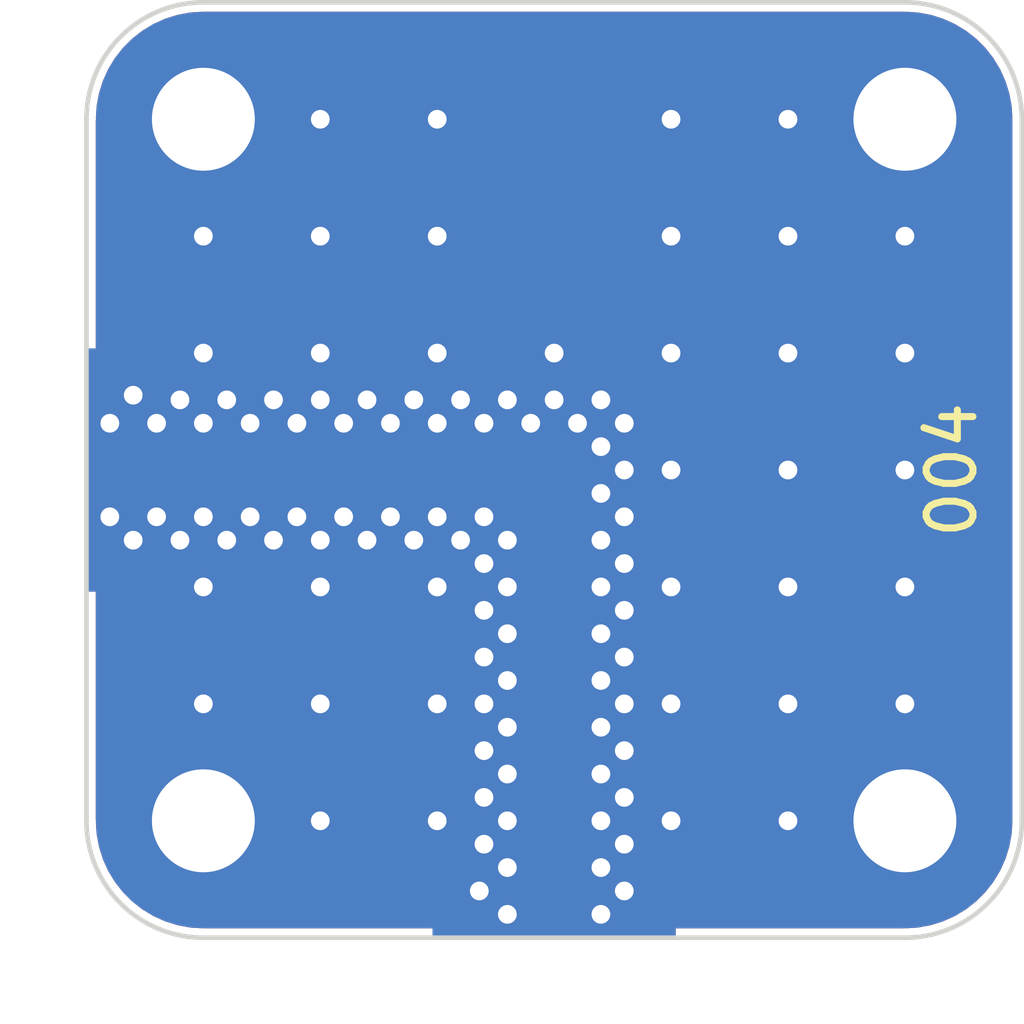
<source format=kicad_pcb>
(kicad_pcb (version 20211014) (generator pcbnew)
  (title_block (title "004-PCB Turn 45") (date "2022-01-27") (rev "1") (company "Halidelabs") (comment 1 "contact@halidelabs.eu"))
  (layers (0 "F.Cu" signal "Górna sygnałowa") (31 "B.Cu" signal "Dolna sygnałowa") (37 "F.SilkS" user "Górna opisowa") (38 "B.Mask" user "Dolna sodermaski") (39 "F.Mask" user "Górna soldermaski") (44 "Edge.Cuts" user "Krawędziowa"))
  (net 0 "")
  (net 1 "GND")
  (net 2 "Net-(J1-Pad1)")
  (footprint "modular-rf-bench-footprints:M2-hole" (layer "F.Cu") (at 152.5 77.5)
    (fp_text reference "H1" hide)
    (fp_text value "M2" hide)
    (pad "1" thru_hole circle (at 0 0) (size 3.4 3.4) (drill 2.2) (layers *.Cu *.Mask) (net 1 "GND"))
  )
  (footprint "LOGO" (layer "F.Cu") (at 160 78.5)
    (fp_text reference "G***" hide)
    (fp_text value "LOGO" hide)
    (fp_poly (pts (xy 1.707208 -2.385083) (xy 1.72178 -2.377357) (xy 1.727638 -2.361209) (xy 1.724986 -2.333962) (xy 1.714028 -2.292938) (xy 1.695246 -2.236259) (xy 1.67886 -2.189554) (xy 1.664665 -2.150375) (xy 1.654112 -2.122636) (xy 1.64865 -2.110255) (xy 1.648486 -2.110054) (xy 1.654138 -2.102822) (xy 1.673545 -2.088435) (xy 1.702518 -2.069996) (xy 1.702794 -2.06983) (xy 1.765684 -2.026146) (xy 1.813512 -1.980369) (xy 1.845324 -1.93425) (xy 1.860162 -1.889541) (xy 1.85707 -1.847993) (xy 1.84052 -1.817555) (xy 1.820991 -1.793438) (xy 1.877555 -1.759364) (xy 1.917737 -1.733301) (xy 1.95925 -1.703533) (xy 1.980607 -1.68675) (xy 2.006661 -1.664073) (xy 2.019745 -1.647389) (xy 2.023211 -1.630016) (xy 2.020661 -1.606876) (xy 2.015636 -1.567128) (xy 2.012184 -1.526831) (xy 2.012056 -1.524528) (xy 2.006709 -1.493183) (xy 1.992958 -1.475529) (xy 1.987295 -1.472236) (xy 1.964024 -1.455734) (xy 1.944294 -1.435747) (xy 1.934232 -1.424962) (xy 1.921977 -1.417526) (xy 1.903462 -1.412581) (xy 1.874622 -1.409268) (xy 1.831391 -1.406728) (xy 1.800502 -1.40537) (xy 1.740844 -1.401769) (xy 1.695936 -1.396721) (xy 1.66814 -1.390536) (xy 1.661407 -1.387121) (xy 1.649381 -1.368624) (xy 1.640328 -1.340255) (xy 1.63945 -1.335453) (xy 1.632091 -1.309371) (xy 1.617507 -1.271305) (xy 1.5982 -1.227508) (xy 1.586787 -1.203865) (xy 1.569617 -1.168352) (xy 1.556241 -1.136883) (xy 1.545437 -1.105019) (xy 1.535983 -1.068321) (xy 1.526657 -1.022348) (xy 1.516238 -0.96266) (xy 1.510003 -0.924858) (xy 1.498611 -0.849525) (xy 1.487513 -0.766274) (xy 1.477703 -0.683243) (xy 1.470177 -0.608573) (xy 1.467711 -0.578682) (xy 1.453479 -0.42915) (xy 1.434101 -0.296565) (xy 1.409013 -0.177722) (xy 1.378053 -0.070634) (xy 1.349141 0.00713) (xy 1.316299 0.074946) (xy 1.27602 0.13851) (xy 1.224798 0.20352) (xy 1.175643 0.258199) (xy 1.077329 0.37528) (xy 0.993806 0.501629) (xy 0.931364 0.621186) (xy 0.903186 0.677903) (xy 0.877811 0.720375) (xy 0.851675 0.754018) (xy 0.828482 0.777604) (xy 0.800811 0.802117) (xy 0.778251 0.819713) (xy 0.765568 0.826682) (xy 0.765395 0.826688) (xy 0.753451 0.833218) (xy 0.741919 0.853767) (xy 0.730392 0.889773) (xy 0.718459 0.942674) (xy 0.705712 1.01391) (xy 0.697702 1.064739) (xy 0.682935 1.157753) (xy 0.668702 1.236626) (xy 0.653537 1.307789) (xy 0.635974 1.377671) (xy 0.61455 1.452702) (xy 0.594147 1.519151) (xy 0.573662 1.588767) (xy 0.559937 1.648459) (xy 0.552673 1.703792) (xy 0.551572 1.760332) (xy 0.556334 1.823643) (xy 0.566662 1.899292) (xy 0.571976 1.932384) (xy 0.581863 1.993891) (xy 0.591097 2.054175) (xy 0.598842 2.107582) (xy 0.604263 2.14846) (xy 0.605561 2.159723) (xy 0.612893 2.204728) (xy 0.626368 2.241894) (xy 0.650004 2.281963) (xy 0.652923 2.28631) (xy 0.693121 2.345728) (xy 0.391035 2.345728) (xy 0.398018 2.312144) (xy 0.406666 2.282384) (xy 0.417092 2.259536) (xy 0.421952 2.245992) (xy 0.419574 2.22758) (xy 0.408787 2.199446) (xy 0.396054 2.172292) (xy 0.37605 2.126603) (xy 0.359018 2.076762) (xy 0.343853 2.018573) (xy 0.329451 1.94784) (xy 0.315851 1.867612) (xy 0.305774 1.815487) (xy 0.290904 1.752618) (xy 0.27342 1.687715) (xy 0.259042 1.640272) (xy 0.239373 1.577432) (xy 0.224185 1.523154) (xy 0.212556 1.472312) (xy 0.203565 1.419774) (xy 0.19629 1.360411) (xy 0.18981 1.289094) (xy 0.185282 1.229699) (xy 0.180007 1.126544) (xy 0.179205 1.027802) (xy 0.18278 0.938429) (xy 0.190634 0.863381) (xy 0.192649 0.850881) (xy 0.198285 0.818238) (xy 0.013062 0.82396) (xy -0.107738 0.82548) (xy -0.212835 0.821724) (xy -0.306616 0.812274) (xy -0.393468 0.796713) (xy -0.464665 0.778501) (xy -0.571132 0.739636) (xy -0.66046 0.68959) (xy -0.733091 0.628052) (xy -0.789464 0.554711) (xy -0.795565 0.544391) (xy -0.824093 0.4946) (xy -0.831361 0.523556) (xy -0.851223 0.580742) (xy -0.881966 0.643838) (xy -0.919153 0.704875) (xy -0.958352 0.755885) (xy -0.964174 0.762224) (xy -0.998177 0.799253) (xy -1.020985 0.828535) (xy -1.036147 0.856807) (xy -1.047214 0.890804) (xy -1.057733 0.937262) (xy -1.058593 0.941406) (xy -1.077747 1.014043) (xy -1.104922 1.080397) (xy -1.14259 1.144725) (xy -1.193225 1.211286) (xy -1.255438 1.280306) (xy -1.299345 1.327086) (xy -1.330904 1.363066) (xy -1.352698 1.391736) (xy -1.367309 1.416586) (xy -1.377321 1.441105) (xy -1.379516 1.447943) (xy -1.393383 1.510336) (xy -1.40151 1.583767) (xy -1.403348 1.659269) (xy -1.39835 1.727875) (xy -1.397133 1.736045) (xy -1.378151 1.852191) (xy -1.361347 1.949249) (xy -1.346392 2.028646) (xy -1.332955 2.091809) (xy -1.320708 2.140166) (xy -1.30932 2.175143) (xy -1.298463 2.198166) (xy -1.287806 2.210664) (xy -1.287464 2.210907) (xy -1.256964 2.236176) (xy -1.229438 2.265811) (xy -1.210524 2.293348) (xy -1.206109 2.30412) (xy -1.204756 2.313632) (xy -1.209064 2.319721) (xy -1.222584 2.323146) (xy -1.248864 2.324671) (xy -1.291453 2.325054) (xy -1.303781 2.325061) (xy -1.406928 2.325061) (xy -1.404551 2.296643) (xy -1.406631 2.27843) (xy -1.417659 2.257689) (xy -1.440231 2.230433) (xy -1.463418 2.206224) (xy -1.506232 2.157147) (xy -1.545198 2.099598) (xy -1.581789 2.030726) (xy -1.617483 1.947679) (xy -1.653754 1.847608) (xy -1.662294 1.822003) (xy -1.697106 1.710358) (xy -1.722384 1.613609) (xy -1.738078 1.528285) (xy -1.744138 1.450921) (xy -1.740513 1.378048) (xy -1.727154 1.306198) (xy -1.704012 1.231903) (xy -1.671036 1.151696) (xy -1.652075 1.110862) (xy -1.636756 1.077573) (xy -1.626819 1.050567) (xy -1.621132 1.023669) (xy -1.618567 0.990701) (xy -1.617993 0.945488) (xy -1.618058 0.924857) (xy -1.625963 0.813717) (xy -1.648543 0.689349) (xy -1.685564 0.552839) (xy -1.720352 0.449512) (xy -1.738479 0.395325) (xy -1.755499 0.337402) (xy -1.768757 0.28505) (xy -1.772894 0.265233) (xy -1.785589 0.208368) (xy -1.799357 0.165227) (xy -1.813305 0.137191) (xy -1.826539 0.125643) (xy -1.838166 0.131965) (xy -1.846026 0.152044) (xy -1.850797 0.168673) (xy -1.85519 0.170196) (xy -1.862104 0.1549) (xy -1.867875 0.139127) (xy -1.878772 0.090843) (xy -1.88276 0.030839) (xy -1.880033 -0.033197) (xy -1.870784 -0.093578) (xy -1.861162 -0.127803) (xy -1.813901 -0.230684) (xy -1.748926 -0.324576) (xy -1.667469 -0.408757) (xy -1.570758 -0.482506) (xy -1.460023 -0.545102) (xy -1.336491 -0.595822) (xy -1.201393 -0.633946) (xy -1.055958 -0.658752) (xy -0.940358 -0.668205) (xy -0.852575 -0.670242) (xy -0.768501 -0.667683) (xy -0.683224 -0.659982) (xy -0.591831 -0.646595) (xy -0.48941 -0.626977) (xy -0.408289 -0.609192) (xy -0.312193 -0.587655) (xy -0.232421 -0.5708) (xy -0.165292 -0.558121) (xy -0.107125 -0.549111) (xy -0.054238 -0.543263) (xy -0.002951 -0.540071) (xy 0.050417 -0.539027) (xy 0.098629 -0.539425) (xy 0.154738 -0.540085) (xy 0.199013 -0.539411) (xy 0.23732 -0.536684) (xy 0.275528 -0.531182) (xy 0.319505 -0.522181) (xy 0.37512 -0.508962) (xy 0.403604 -0.501918) (xy 0.475622 -0.484786) (xy 0.531279 -0.473817) (xy 0.573946 -0.469024) (xy 0.606992 -0.470419) (xy 0.633788 -0.478013) (xy 0.657703 -0.49182) (xy 0.671833 -0.502891) (xy 0.692889 -0.523327) (xy 0.710733 -0.547871) (xy 0.726651 -0.579659) (xy 0.741925 -0.621827) (xy 0.75784 -0.677511) (xy 0.77568 -0.749847) (xy 0.779346 -0.765531) (xy 0.796905 -0.83723) (xy 0.818065 -0.917688) (xy 0.840306 -0.997626) (xy 0.861109 -1.067766) (xy 0.863452 -1.075283) (xy 0.878978 -1.125887) (xy 0.891303 -1.169705) (xy 0.901226 -1.211056) (xy 0.909547 -1.254259) (xy 0.917065 -1.303635) (xy 0.924579 -1.363502) (xy 0.932889 -1.438181) (xy 0.936002 -1.467372) (xy 0.947098 -1.569507) (xy 0.956972 -1.653593) (xy 0.966097 -1.722179) (xy 0.974945 -1.777812) (xy 0.983991 -1.823043) (xy 0.993707 -1.860418) (xy 1.004567 -1.892487) (xy 1.017044 -1.921798) (xy 1.022488 -1.933108) (xy 1.043227 -1.972305) (xy 1.064341 -2.004466) (xy 1.089403 -2.03324) (xy 1.121983 -2.062279) (xy 1.165654 -2.095234) (xy 1.214198 -2.129077) (xy 1.26388 -2.165032) (xy 1.315539 -2.205693) (xy 1.361923 -2.245205) (xy 1.38689 -2.268565) (xy 1.418275 -2.297957) (xy 1.445322 -2.320096) (xy 1.46414 -2.331951) (xy 1.469559 -2.332995) (xy 1.483132 -2.318377) (xy 1.484744 -2.288394) (xy 1.474416 -2.244522) (xy 1.468097 -2.226457) (xy 1.456615 -2.194668) (xy 1.44885 -2.171059) (xy 1.446704 -2.162272) (xy 1.453034 -2.164187) (xy 1.469982 -2.17846) (xy 1.494485 -2.201958) (xy 1.52348 -2.23155) (xy 1.553903 -2.264104) (xy 1.582693 -2.296485) (xy 1.606785 -2.325563) (xy 1.608411 -2.327645) (xy 1.635607 -2.360388) (xy 1.656294 -2.37884) (xy 1.674724 -2.386355) (xy 1.683716 -2.387063)) (layer "F.Cu") (width 0) (fill solid))
  )
  (footprint "modular-rf-bench-footprints:M2-hole" (layer "F.Cu") (at 152.5 92.5)
    (fp_text reference "H2" hide)
    (fp_text value "M2" hide)
    (pad "1" thru_hole circle (at 0 0) (size 3.4 3.4) (drill 2.2) (layers *.Cu *.Mask) (net 1 "GND"))
  )
  (footprint "modular-rf-bench-footprints:M2-hole" (layer "F.Cu") (at 167.5 77.5)
    (fp_text reference "H4" hide)
    (fp_text value "M2" hide)
    (pad "1" thru_hole circle (at 0 0) (size 3.4 3.4) (drill 2.2) (layers *.Cu *.Mask) (net 1 "GND"))
  )
  (footprint "modular-rf-bench-footprints:edge-connector" (layer "F.Cu") (at 150 85 180)
    (fp_text reference "J2")
    (fp_text value "CONN" hide)
    (pad "1" smd rect (at -1.5 0 180) (size 3 0.8) (layers "F.Cu") (net 2 "Net-(J1-Pad1)"))
    (pad "2" thru_hole circle (at -1.5 1 180) (size 0.8 0.8) (drill 0.4) (layers *.Cu) (net 1 "GND"))
    (pad "2" smd rect (at -1.5 0 180) (size 3 5.2) (layers "B.Cu") (net 1 "GND"))
    (pad "2" thru_hole circle (at -1.5 -1 180) (size 0.8 0.8) (drill 0.4) (layers *.Cu) (net 1 "GND"))
    (pad "2" thru_hole circle (at -0.5 1 180) (size 0.8 0.8) (drill 0.4) (layers *.Cu) (net 1 "GND"))
    (pad "2" thru_hole circle (at -2 1.5 180) (size 0.8 0.8) (drill 0.4) (layers *.Cu) (net 1 "GND"))
    (pad "2" thru_hole circle (at -1 1.6 180) (size 0.8 0.8) (drill 0.4) (layers *.Cu) (net 1 "GND"))
    (pad "2" thru_hole circle (at -2.5 1 180) (size 0.8 0.8) (drill 0.4) (layers *.Cu) (net 1 "GND"))
    (pad "2" thru_hole circle (at -2.5 -1 180) (size 0.8 0.8) (drill 0.4) (layers *.Cu) (net 1 "GND"))
    (pad "2" thru_hole circle (at -1 -1.5 180) (size 0.8 0.8) (drill 0.4) (layers *.Cu) (net 1 "GND"))
    (pad "2" thru_hole circle (at -0.5 -1 180) (size 0.8 0.8) (drill 0.4) (layers *.Cu) (net 1 "GND"))
    (pad "2" thru_hole circle (at -2 -1.5 180) (size 0.8 0.8) (drill 0.4) (layers *.Cu) (net 1 "GND"))
    (pad "2" smd rect (at -1.5 -1.6 180) (size 3 2) (layers "F.Cu") (net 1 "GND"))
    (pad "2" smd rect (at -1.5 1.6 180) (size 3 2) (layers "F.Cu") (net 1 "GND"))
  )
  (footprint "modular-rf-bench-footprints:M2-hole" (layer "F.Cu") (at 167.5 92.5)
    (fp_text reference "H3" hide)
    (fp_text value "M2" hide)
    (pad "1" thru_hole circle (at 0 0) (size 3.4 3.4) (drill 2.2) (layers *.Cu *.Mask) (net 1 "GND"))
  )
  (footprint "modular-rf-bench-footprints:edge-connector" (layer "F.Cu") (at 160 95 -90)
    (fp_text reference "J1")
    (fp_text value "CONN" hide)
    (pad "1" smd rect (at -1.5 0 270) (size 3 0.8) (layers "F.Cu") (net 2 "Net-(J1-Pad1)"))
    (pad "2" smd rect (at -1.5 1.6 270) (size 3 2) (layers "F.Cu") (net 1 "GND"))
    (pad "2" smd rect (at -1.5 -1.6 270) (size 3 2) (layers "F.Cu") (net 1 "GND"))
    (pad "2" thru_hole circle (at -2.5 -1 270) (size 0.8 0.8) (drill 0.4) (layers *.Cu) (net 1 "GND"))
    (pad "2" thru_hole circle (at -0.5 -1 270) (size 0.8 0.8) (drill 0.4) (layers *.Cu) (net 1 "GND"))
    (pad "2" thru_hole circle (at -1 -1.5 270) (size 0.8 0.8) (drill 0.4) (layers *.Cu) (net 1 "GND"))
    (pad "2" thru_hole circle (at -1 1.6 270) (size 0.8 0.8) (drill 0.4) (layers *.Cu) (net 1 "GND"))
    (pad "2" thru_hole circle (at -2.5 1 270) (size 0.8 0.8) (drill 0.4) (layers *.Cu) (net 1 "GND"))
    (pad "2" thru_hole circle (at -2 -1.5 270) (size 0.8 0.8) (drill 0.4) (layers *.Cu) (net 1 "GND"))
    (pad "2" thru_hole circle (at -0.5 1 270) (size 0.8 0.8) (drill 0.4) (layers *.Cu) (net 1 "GND"))
    (pad "2" thru_hole circle (at -2 1.5 270) (size 0.8 0.8) (drill 0.4) (layers *.Cu) (net 1 "GND"))
    (pad "2" thru_hole circle (at -1.5 1 270) (size 0.8 0.8) (drill 0.4) (layers *.Cu) (net 1 "GND"))
    (pad "2" smd rect (at -1.5 0 270) (size 3 5.2) (layers "B.Cu") (net 1 "GND"))
    (pad "2" thru_hole circle (at -1.5 -1 270) (size 0.8 0.8) (drill 0.4) (layers *.Cu) (net 1 "GND"))
  )
  (gr_arc (start 150 77.5) (mid 150.732233 75.732233) (end 152.5 75) (layer "Edge.Cuts") (width 0.1))
  (gr_line (start 152.5 75) (end 167.5 75) (layer "Edge.Cuts") (width 0.1))
  (gr_arc (start 167.5 75) (mid 169.267767 75.732233) (end 170 77.5) (layer "Edge.Cuts") (width 0.1))
  (gr_line (start 150 92.5) (end 150 77.5) (layer "Edge.Cuts") (width 0.1))
  (gr_arc (start 152.5 95) (mid 150.732233 94.267767) (end 150 92.5) (layer "Edge.Cuts") (width 0.1))
  (gr_line (start 170 77.5) (end 170 92.5) (layer "Edge.Cuts") (width 0.1))
  (gr_arc (start 170 92.5) (mid 169.267767 94.267767) (end 167.5 95) (layer "Edge.Cuts") (width 0.1))
  (gr_line (start 167.5 95) (end 152.5 95) (layer "Edge.Cuts") (width 0.1))
  (gr_text "004" (at 168.5 85 90) (layer "F.SilkS") (effects (font (size 1 1))))
  (via (at 161 83.5) (size 0.8) (drill 0.4) (layers "F.Cu" "B.Cu") (net 1))
  (via (at 157.5 80) (size 0.8) (drill 0.4) (layers "F.Cu" "B.Cu") (net 1))
  (via (at 165 87.5) (size 0.8) (drill 0.4) (layers "F.Cu" "B.Cu") (net 1))
  (via (at 158.5 91) (size 0.8) (drill 0.4) (layers "F.Cu" "B.Cu") (net 1))
  (via (at 154.5 86) (size 0.8) (drill 0.4) (layers "F.Cu" "B.Cu") (net 1))
  (via (at 162.5 90) (size 0.8) (drill 0.4) (layers "F.Cu" "B.Cu") (net 1))
  (via (at 161 90.5) (size 0.8) (drill 0.4) (layers "F.Cu" "B.Cu") (net 1))
  (via (at 159 86.5) (size 0.8) (drill 0.4) (layers "F.Cu" "B.Cu") (net 1))
  (via (at 161 84.5) (size 0.8) (drill 0.4) (layers "F.Cu" "B.Cu") (net 1))
  (via (at 158.5 88) (size 0.8) (drill 0.4) (layers "F.Cu" "B.Cu") (net 1))
  (via (at 167.5 82.5) (size 0.8) (drill 0.4) (layers "F.Cu" "B.Cu") (net 1))
  (via (at 167.5 90) (size 0.8) (drill 0.4) (layers "F.Cu" "B.Cu") (net 1))
  (via (at 167.5 87.5) (size 0.8) (drill 0.4) (layers "F.Cu" "B.Cu") (net 1))
  (via (at 161.5 88) (size 0.8) (drill 0.4) (layers "F.Cu" "B.Cu") (net 1))
  (via (at 157.5 92.5) (size 0.8) (drill 0.4) (layers "F.Cu" "B.Cu") (net 1))
  (via (at 153.5 86) (size 0.8) (drill 0.4) (layers "F.Cu" "B.Cu") (net 1))
  (via (at 155 86.5) (size 0.8) (drill 0.4) (layers "F.Cu" "B.Cu") (net 1))
  (via (at 162.5 82.5) (size 0.8) (drill 0.4) (layers "F.Cu" "B.Cu") (net 1))
  (via (at 159 83.5) (size 0.8) (drill 0.4) (layers "F.Cu" "B.Cu") (net 1))
  (via (at 159.5 84) (size 0.8) (drill 0.4) (layers "F.Cu" "B.Cu") (net 1))
  (via (at 158.5 86) (size 0.8) (drill 0.4) (layers "F.Cu" "B.Cu") (net 1))
  (via (at 162.5 92.5) (size 0.8) (drill 0.4) (layers "F.Cu" "B.Cu") (net 1))
  (via (at 157 86.5) (size 0.8) (drill 0.4) (layers "F.Cu" "B.Cu") (net 1))
  (via (at 156.5 84) (size 0.8) (drill 0.4) (layers "F.Cu" "B.Cu") (net 1))
  (via (at 157.5 87.5) (size 0.8) (drill 0.4) (layers "F.Cu" "B.Cu") (net 1))
  (via (at 165 92.5) (size 0.8) (drill 0.4) (layers "F.Cu" "B.Cu") (net 1))
  (via (at 158 83.5) (size 0.8) (drill 0.4) (layers "F.Cu" "B.Cu") (net 1))
  (via (at 161 91.5) (size 0.8) (drill 0.4) (layers "F.Cu" "B.Cu") (net 1))
  (via (at 158.5 89) (size 0.8) (drill 0.4) (layers "F.Cu" "B.Cu") (net 1))
  (via (at 167.5 85) (size 0.8) (drill 0.4) (layers "F.Cu" "B.Cu") (net 1))
  (via (at 153 83.5) (size 0.8) (drill 0.4) (layers "F.Cu" "B.Cu") (net 1))
  (via (at 155 82.5) (size 0.8) (drill 0.4) (layers "F.Cu" "B.Cu") (net 1))
  (via (at 161.5 86) (size 0.8) (drill 0.4) (layers "F.Cu" "B.Cu") (net 1))
  (via (at 160.5 84) (size 0.8) (drill 0.4) (layers "F.Cu" "B.Cu") (net 1))
  (via (at 158 86.5) (size 0.8) (drill 0.4) (layers "F.Cu" "B.Cu") (net 1))
  (via (at 156 86.5) (size 0.8) (drill 0.4) (layers "F.Cu" "B.Cu") (net 1))
  (via (at 165 90) (size 0.8) (drill 0.4) (layers "F.Cu" "B.Cu") (net 1))
  (via (at 157.5 90) (size 0.8) (drill 0.4) (layers "F.Cu" "B.Cu") (net 1))
  (via (at 159 91.5) (size 0.8) (drill 0.4) (layers "F.Cu" "B.Cu") (net 1))
  (via (at 167.5 80) (size 0.8) (drill 0.4) (layers "F.Cu" "B.Cu") (net 1))
  (via (at 160 83.5) (size 0.8) (drill 0.4) (layers "F.Cu" "B.Cu") (net 1))
  (via (at 161.5 87) (size 0.8) (drill 0.4) (layers "F.Cu" "B.Cu") (net 1))
  (via (at 165 82.5) (size 0.8) (drill 0.4) (layers "F.Cu" "B.Cu") (net 1))
  (via (at 159 89.5) (size 0.8) (drill 0.4) (layers "F.Cu" "B.Cu") (net 1))
  (via (at 155.5 86) (size 0.8) (drill 0.4) (layers "F.Cu" "B.Cu") (net 1))
  (via (at 158.5 87) (size 0.8) (drill 0.4) (layers "F.Cu" "B.Cu") (net 1))
  (via (at 158.5 92) (size 0.8) (drill 0.4) (layers "F.Cu" "B.Cu") (net 1))
  (via (at 152.5 82.5) (size 0.8) (drill 0.4) (layers "F.Cu" "B.Cu") (net 1))
  (via (at 161 87.5) (size 0.8) (drill 0.4) (layers "F.Cu" "B.Cu") (net 1))
  (via (at 153 86.5) (size 0.8) (drill 0.4) (layers "F.Cu" "B.Cu") (net 1))
  (via (at 157.5 77.5) (size 0.8) (drill 0.4) (layers "F.Cu" "B.Cu") (net 1))
  (via (at 158.5 84) (size 0.8) (drill 0.4) (layers "F.Cu" "B.Cu") (net 1))
  (via (at 159 87.5) (size 0.8) (drill 0.4) (layers "F.Cu" "B.Cu") (net 1))
  (via (at 157.5 84) (size 0.8) (drill 0.4) (layers "F.Cu" "B.Cu") (net 1))
  (via (at 161.5 89) (size 0.8) (drill 0.4) (layers "F.Cu" "B.Cu") (net 1))
  (via (at 161 88.5) (size 0.8) (drill 0.4) (layers "F.Cu" "B.Cu") (net 1))
  (via (at 157 83.5) (size 0.8) (drill 0.4) (layers "F.Cu" "B.Cu") (net 1))
  (via (at 161.5 90) (size 0.8) (drill 0.4) (layers "F.Cu" "B.Cu") (net 1))
  (via (at 165 85) (size 0.8) (drill 0.4) (layers "F.Cu" "B.Cu") (net 1))
  (via (at 152.5 90) (size 0.8) (drill 0.4) (layers "F.Cu" "B.Cu") (net 1))
  (via (at 165 77.5) (size 0.8) (drill 0.4) (layers "F.Cu" "B.Cu") (net 1))
  (via (at 156.5 86) (size 0.8) (drill 0.4) (layers "F.Cu" "B.Cu") (net 1))
  (via (at 161 86.5) (size 0.8) (drill 0.4) (layers "F.Cu" "B.Cu") (net 1))
  (via (at 161.5 85) (size 0.8) (drill 0.4) (layers "F.Cu" "B.Cu") (net 1))
  (via (at 161 89.5) (size 0.8) (drill 0.4) (layers "F.Cu" "B.Cu") (net 1))
  (via (at 161.5 84) (size 0.8) (drill 0.4) (layers "F.Cu" "B.Cu") (net 1))
  (via (at 159 88.5) (size 0.8) (drill 0.4) (layers "F.Cu" "B.Cu") (net 1))
  (via (at 152.5 80) (size 0.8) (drill 0.4) (layers "F.Cu" "B.Cu") (net 1))
  (via (at 155 92.5) (size 0.8) (drill 0.4) (layers "F.Cu" "B.Cu") (net 1))
  (via (at 165 80) (size 0.8) (drill 0.4) (layers "F.Cu" "B.Cu") (net 1))
  (via (at 157.5 86) (size 0.8) (drill 0.4) (layers "F.Cu" "B.Cu") (net 1))
  (via (at 154 86.5) (size 0.8) (drill 0.4) (layers "F.Cu" "B.Cu") (net 1))
  (via (at 161.5 91) (size 0.8) (drill 0.4) (layers "F.Cu" "B.Cu") (net 1))
  (via (at 157.5 82.5) (size 0.8) (drill 0.4) (layers "F.Cu" "B.Cu") (net 1))
  (via (at 155 80) (size 0.8) (drill 0.4) (layers "F.Cu" "B.Cu") (net 1))
  (via (at 162.5 80) (size 0.8) (drill 0.4) (layers "F.Cu" "B.Cu") (net 1))
  (via (at 159 90.5) (size 0.8) (drill 0.4) (layers "F.Cu" "B.Cu") (net 1))
  (via (at 162.5 85) (size 0.8) (drill 0.4) (layers "F.Cu" "B.Cu") (net 1))
  (via (at 155 77.5) (size 0.8) (drill 0.4) (layers "F.Cu" "B.Cu") (net 1))
  (via (at 154 83.5) (size 0.8) (drill 0.4) (layers "F.Cu" "B.Cu") (net 1))
  (via (at 158.5 90) (size 0.8) (drill 0.4) (layers "F.Cu" "B.Cu") (net 1))
  (via (at 155.5 84) (size 0.8) (drill 0.4) (layers "F.Cu" "B.Cu") (net 1))
  (via (at 155 90) (size 0.8) (drill 0.4) (layers "F.Cu" "B.Cu") (net 1))
  (via (at 162.5 87.5) (size 0.8) (drill 0.4) (layers "F.Cu" "B.Cu") (net 1))
  (via (at 155 83.5) (size 0.8) (drill 0.4) (layers "F.Cu" "B.Cu") (net 1))
  (via (at 162.5 77.5) (size 0.8) (drill 0.4) (layers "F.Cu" "B.Cu") (net 1))
  (via (at 156 83.5) (size 0.8) (drill 0.4) (layers "F.Cu" "B.Cu") (net 1))
  (via (at 161.5 92) (size 0.8) (drill 0.4) (layers "F.Cu" "B.Cu") (net 1))
  (via (at 154.5 84) (size 0.8) (drill 0.4) (layers "F.Cu" "B.Cu") (net 1))
  (via (at 152.5 87.5) (size 0.8) (drill 0.4) (layers "F.Cu" "B.Cu") (net 1))
  (via (at 155 87.5) (size 0.8) (drill 0.4) (layers "F.Cu" "B.Cu") (net 1))
  (via (at 153.5 84) (size 0.8) (drill 0.4) (layers "F.Cu" "B.Cu") (net 1))
  (via (at 161 85.5) (size 0.8) (drill 0.4) (layers "F.Cu" "B.Cu") (net 1))
  (via (at 160 82.5) (size 0.8) (drill 0.4) (layers "F.Cu" "B.Cu") (net 1))
  (segment (start 159.5 85) (end 160 85.5) (width 0.8) (layer "F.Cu") (net 2))
  (segment (start 151.625 85) (end 159.5 85) (width 0.8) (layer "F.Cu") (net 2))
  (segment (start 160 85.5) (end 160 93.5) (width 0.8) (layer "F.Cu") (net 2))
  (zone (net 1) (net_name "GND") (layers F&B.Cu) (name "GND") (connect_pads yes (clearance 0.2)) (min_thickness 0.2) (fill yes (thermal_gap 0.2) (thermal_bridge_width 0.2))
    (polygon (pts (xy 170 95) (xy 150 95) (xy 150 75) (xy 170 75)))
  )
)
</source>
